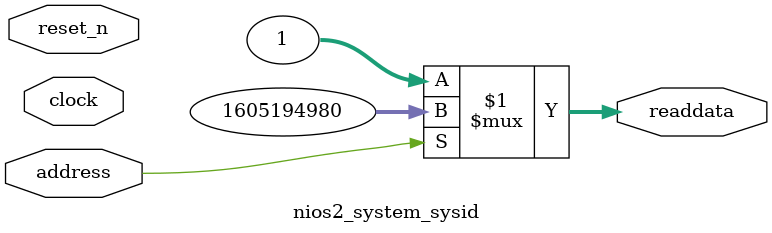
<source format=v>



// synthesis translate_off
`timescale 1ns / 1ps
// synthesis translate_on

// turn off superfluous verilog processor warnings 
// altera message_level Level1 
// altera message_off 10034 10035 10036 10037 10230 10240 10030 

module nios2_system_sysid (
               // inputs:
                address,
                clock,
                reset_n,

               // outputs:
                readdata
             )
;

  output  [ 31: 0] readdata;
  input            address;
  input            clock;
  input            reset_n;

  wire    [ 31: 0] readdata;
  //control_slave, which is an e_avalon_slave
  assign readdata = address ? 1605194980 : 1;

endmodule



</source>
